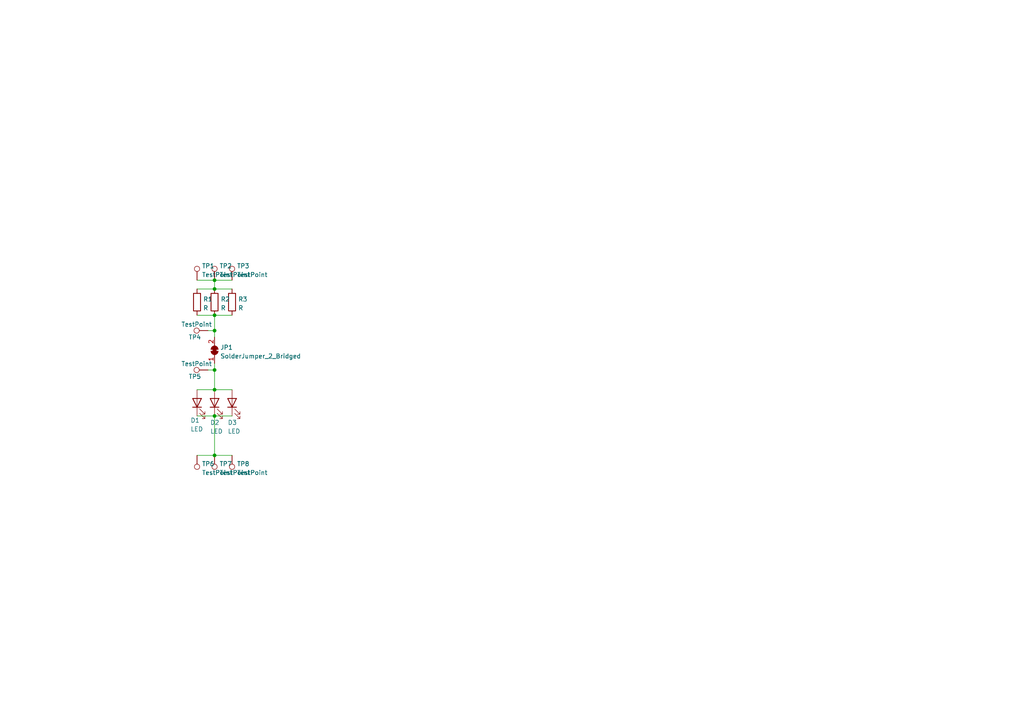
<source format=kicad_sch>
(kicad_sch (version 20230121) (generator eeschema)
  (paper "A4")
  (lib_symbols
    (symbol "Connector:TestPoint" (pin_numbers hide) (pin_names (offset 0.762) hide)
      (property "Reference" "TP" (at 0 6.858 0))
      (property "Value" "TestPoint" (at 0 5.08 0))
      (symbol "TestPoint_0_1"
        (circle (center 0 3.302) (radius 0.762))
      )
      (symbol "TestPoint_1_1"
        (pin passive line (at 0 0 90) (length 2.54) (name "1") (number "1"))
      )
    )
    (symbol "Device:LED" (pin_numbers hide) (pin_names (offset 1.016) hide)
      (property "Reference" "D" (at 0 2.54 0))
      (property "Value" "LED" (at 0 -2.54 0))
      (symbol "LED_0_1"
        (polyline (pts (xy -1.27 -1.27) (xy -1.27 1.27)) (stroke (width 0.254)))
        (polyline (pts (xy -1.27 0) (xy 1.27 0)))
        (polyline (pts (xy 1.27 -1.27) (xy 1.27 1.27) (xy -1.27 0) (xy 1.27 -1.27)) (stroke (width 0.254)))
        (polyline (pts (xy -3.048 -0.762) (xy -4.572 -2.286) (xy -3.81 -2.286) (xy -4.572 -2.286) (xy -4.572 -1.524)))
        (polyline (pts (xy -1.778 -0.762) (xy -3.302 -2.286) (xy -2.54 -2.286) (xy -3.302 -2.286) (xy -3.302 -1.524)))
      )
      (symbol "LED_1_1"
        (pin passive line (at -3.81 0 0) (length 2.54) (name "K") (number "1"))
        (pin passive line (at 3.81 0 180) (length 2.54) (name "A") (number "2"))
      )
    )
    (symbol "Device:R" (pin_numbers hide) (pin_names (offset 0))
      (property "Reference" "R" (at 2.032 0 90))
      (property "Value" "R" (at 0 0 90))
      (symbol "R_0_1"
        (rectangle (start -1.016 -2.54) (end 1.016 2.54) (stroke (width 0.254)))
      )
      (symbol "R_1_1"
        (pin passive line (at 0 3.81 270) (length 1.27) (name "~") (number "1"))
        (pin passive line (at 0 -3.81 90) (length 1.27) (name "~") (number "2"))
      )
    )
    (symbol "Jumper:SolderJumper_2_Bridged" (pin_names (offset 0) hide)
      (property "Reference" "JP" (at 0 2.032 0))
      (property "Value" "SolderJumper_2_Bridged" (at 0 -2.54 0))
      (symbol "SolderJumper_2_Bridged_0_1"
        (rectangle (start -0.508 0.508) (end 0.508 -0.508) (fill (type outline)))
        (arc (start -0.254 1.016) (mid -1.2656 0) (end -0.254 -1.016))
        (arc (start -0.254 1.016) (mid -1.2656 0) (end -0.254 -1.016) (fill (type outline)))
        (polyline (pts (xy -0.254 1.016) (xy -0.254 -1.016)))
        (polyline (pts (xy 0.254 1.016) (xy 0.254 -1.016)))
        (arc (start 0.254 -1.016) (mid 1.2656 0) (end 0.254 1.016))
        (arc (start 0.254 -1.016) (mid 1.2656 0) (end 0.254 1.016) (fill (type outline)))
      )
      (symbol "SolderJumper_2_Bridged_1_1"
        (pin passive line (at -3.81 0 0) (length 2.54) (name "A") (number "1"))
        (pin passive line (at 3.81 0 180) (length 2.54) (name "B") (number "2"))
      )
    )
  )
  (junction (at 62.23 91.44))
  (junction (at 62.23 95.885))
  (junction (at 62.23 83.82))
  (junction (at 62.23 132.08))
  (junction (at 62.23 107.315))
  (junction (at 62.23 120.65))
  (junction (at 62.23 113.03))
  (junction (at 62.23 81.28))
  (wire (pts (xy 57.15 91.44) (xy 62.23 91.44)))
  (wire (pts (xy 57.15 113.03) (xy 62.23 113.03)))
  (wire (pts (xy 62.23 91.44) (xy 67.31 91.44)))
  (wire (pts (xy 57.15 81.28) (xy 62.23 81.28)))
  (wire (pts (xy 60.325 107.315) (xy 62.23 107.315)))
  (wire (pts (xy 62.23 81.28) (xy 67.31 81.28)))
  (wire (pts (xy 62.23 91.44) (xy 62.23 95.885)))
  (wire (pts (xy 62.23 132.08) (xy 67.31 132.08)))
  (wire (pts (xy 62.23 120.65) (xy 62.23 132.08)))
  (wire (pts (xy 62.23 113.03) (xy 67.31 113.03)))
  (wire (pts (xy 62.23 107.315) (xy 62.23 113.03)))
  (wire (pts (xy 62.23 95.885) (xy 62.23 97.79)))
  (wire (pts (xy 62.23 105.41) (xy 62.23 107.315)))
  (wire (pts (xy 62.23 120.65) (xy 67.31 120.65)))
  (wire (pts (xy 60.325 95.885) (xy 62.23 95.885)))
  (wire (pts (xy 62.23 83.82) (xy 67.31 83.82)))
  (wire (pts (xy 57.15 132.08) (xy 62.23 132.08)))
  (wire (pts (xy 57.15 120.65) (xy 62.23 120.65)))
  (wire (pts (xy 62.23 81.28) (xy 62.23 83.82)))
  (wire (pts (xy 57.15 83.82) (xy 62.23 83.82)))
  (symbol (lib_id "Connector:TestPoint") (at 67.31 81.28 0) (unit 1)
    (property "Reference" "TP3" (at 68.707 77.1433 0) (effects (justify left)))
    (property "Value" "TestPoint" (at 68.707 79.6802 0) (effects (justify left)))
    (property "Footprint" "Connector_Pin:Pin_D1.0mm_L10.0mm" (effects hide))
  )
  (symbol (lib_id "Connector:TestPoint") (at 67.31 132.08 180) (unit 1)
    (property "Reference" "TP8" (at 68.707 134.5473 0) (effects (justify right)))
    (property "Value" "TestPoint" (at 68.707 137.0842 0) (effects (justify right)))
    (property "Footprint" "Connector_Pin:Pin_D1.0mm_L10.0mm" (effects hide))
  )
  (symbol (lib_id "Connector:TestPoint") (at 57.15 132.08 180) (unit 1)
    (property "Reference" "TP6" (at 58.547 134.5473 0) (effects (justify right)))
    (property "Value" "TestPoint" (at 58.547 137.0842 0) (effects (justify right)))
    (property "Footprint" "Connector_Pin:Pin_D1.0mm_L10.0mm" (effects hide))
  )
  (symbol (lib_id "Connector:TestPoint") (at 60.325 107.315 90) (unit 1)
    (property "Reference" "TP5" (at 56.515 109.22 90))
    (property "Value" "TestPoint" (at 57.023 105.5171 90))
    (property "Footprint" "Connector_Pin:Pin_D1.0mm_L10.0mm" (effects hide))
  )
  (symbol (lib_id "Device:R") (at 57.15 87.63 0) (unit 1)
    (property "Reference" "R1" (at 58.928 86.7953 0) (effects (justify left)))
    (property "Value" "R" (at 58.928 89.3322 0) (effects (justify left)))
    (property "Footprint" "Resistor_SMD:R_0603_1608Metric_Pad0.98x0.95mm_HandSolder" (effects hide))
  )
  (symbol (lib_id "Connector:TestPoint") (at 60.325 95.885 90) (unit 1)
    (property "Reference" "TP4" (at 56.515 97.79 90))
    (property "Value" "TestPoint" (at 57.023 94.0871 90))
    (property "Footprint" "Connector_Pin:Pin_D1.0mm_L10.0mm" (effects hide))
  )
  (symbol (lib_id "Jumper:SolderJumper_2_Bridged") (at 62.23 101.6 90) (unit 1)
    (property "Reference" "JP1" (at 63.881 100.7653 90) (effects (justify right)))
    (property "Value" "SolderJumper_2_Bridged" (at 63.881 103.3022 90) (effects (justify right)))
    (property "Footprint" "_:SolderJumper-2_P1.3mm_Bridged_Pad1.0x1.5mm" (effects hide))
  )
  (symbol (lib_id "Device:R") (at 62.23 87.63 0) (unit 1)
    (property "Reference" "R2" (at 64.008 86.7953 0) (effects (justify left)))
    (property "Value" "R" (at 64.008 89.3322 0) (effects (justify left)))
    (property "Footprint" "Resistor_SMD:R_0805_2012Metric_Pad1.20x1.40mm_HandSolder" (effects hide))
  )
  (symbol (lib_id "Connector:TestPoint") (at 57.15 81.28 0) (unit 1)
    (property "Reference" "TP1" (at 58.547 77.1433 0) (effects (justify left)))
    (property "Value" "TestPoint" (at 58.547 79.6802 0) (effects (justify left)))
    (property "Footprint" "Connector_Pin:Pin_D1.0mm_L10.0mm" (effects hide))
  )
  (symbol (lib_id "Connector:TestPoint") (at 62.23 81.28 0) (unit 1)
    (property "Reference" "TP2" (at 63.627 77.1433 0) (effects (justify left)))
    (property "Value" "TestPoint" (at 63.627 79.6802 0) (effects (justify left)))
    (property "Footprint" "Connector_Pin:Pin_D1.0mm_L10.0mm" (effects hide))
  )
  (symbol (lib_id "Device:R") (at 67.31 87.63 0) (unit 1)
    (property "Reference" "R3" (at 69.088 86.7953 0) (effects (justify left)))
    (property "Value" "R" (at 69.088 89.3322 0) (effects (justify left)))
    (property "Footprint" "Resistor_SMD:R_1206_3216Metric_Pad1.30x1.75mm_HandSolder" (effects hide))
  )
  (symbol (lib_id "Device:LED") (at 67.31 116.84 90) (unit 1)
    (property "Reference" "D3" (at 66.04 122.5581 90) (effects (justify right)))
    (property "Value" "LED" (at 66.04 125.095 90) (effects (justify right)))
    (property "Footprint" "LED_SMD:LED_1206_3216Metric_Pad1.42x1.75mm_HandSolder" (effects hide))
  )
  (symbol (lib_id "Device:LED") (at 57.15 116.84 90) (unit 1)
    (property "Reference" "D1" (at 55.245 121.9231 90) (effects (justify right)))
    (property "Value" "LED" (at 55.245 124.46 90) (effects (justify right)))
    (property "Footprint" "LED_SMD:LED_0603_1608Metric_Pad1.05x0.95mm_HandSolder" (effects hide))
  )
  (symbol (lib_id "Connector:TestPoint") (at 62.23 132.08 180) (unit 1)
    (property "Reference" "TP7" (at 63.627 134.5473 0) (effects (justify right)))
    (property "Value" "TestPoint" (at 63.627 137.0842 0) (effects (justify right)))
    (property "Footprint" "Connector_Pin:Pin_D1.0mm_L10.0mm" (effects hide))
  )
  (symbol (lib_id "Device:LED") (at 62.23 116.84 90) (unit 1)
    (property "Reference" "D2" (at 60.96 122.5581 90) (effects (justify right)))
    (property "Value" "LED" (at 60.96 125.095 90) (effects (justify right)))
    (property "Footprint" "LED_SMD:LED_0805_2012Metric_Pad1.15x1.40mm_HandSolder" (effects hide))
  )
)
</source>
